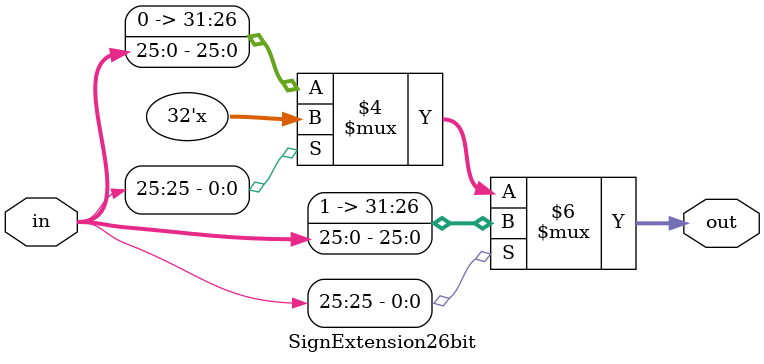
<source format=v>
`timescale 1ns / 1ps
module SignExtension26bit(in, out);

    /* A 26-Bit input word */
    input [25:0] in;
    
    /* A 32-Bit output word */
    output reg [31:0] out;
    
    /* Fill in the implementation here ... */
    always@(*) begin
    
        if(in[25] == 0) begin //checks MSB to see if positive number
            out <= {6'b000000, in}; // concats 0s to the left of 'in'
        end

        if(in[25] == 1) begin //checks MSB to see if negative number
            out <= {6'b111111, in}; // concats 1s to the left of 'in'
        end

    end
endmodule

</source>
